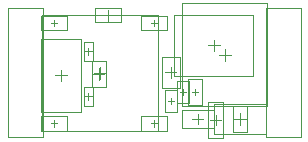
<source format=gbr>
%TF.GenerationSoftware,Altium Limited,Altium Designer,19.1.7 (138)*%
G04 Layer_Color=32768*
%FSLAX26Y26*%
%MOIN*%
%TF.FileFunction,Other,Mechanical_15*%
%TF.Part,Single*%
G01*
G75*
%TA.AperFunction,NonConductor*%
%ADD62C,0.003937*%
%ADD63C,0.001968*%
D62*
X1679409Y1006457D02*
X1730591D01*
X1679409Y1126535D02*
X1730591D01*
X1679409Y1006457D02*
Y1126535D01*
X1730591Y1006457D02*
Y1126535D01*
X1705000Y1048780D02*
Y1084213D01*
X1687284Y1066496D02*
X1722717D01*
X1325906Y1415394D02*
X1363307D01*
X1344606Y1396693D02*
Y1434094D01*
X1300315Y1222480D02*
X1339685D01*
X1320000Y1202795D02*
Y1242165D01*
X1555000Y1119173D02*
Y1140827D01*
X1544173Y1130000D02*
X1565827D01*
X1489173Y1390000D02*
X1510827D01*
X1500000Y1379173D02*
Y1400827D01*
X1154173Y1390000D02*
X1175827D01*
X1165000Y1379173D02*
Y1400827D01*
X1489173Y1055000D02*
X1510827D01*
X1500000Y1044173D02*
Y1065827D01*
X1154173Y1055000D02*
X1175827D01*
X1165000Y1044173D02*
Y1065827D01*
X1315000Y1201299D02*
Y1238701D01*
X1296299Y1220000D02*
X1333701D01*
X1280000Y1134173D02*
Y1155827D01*
X1269173Y1145000D02*
X1290827D01*
X1280000Y1284173D02*
Y1305827D01*
X1269173Y1295000D02*
X1290827D01*
X1584173Y1160000D02*
X1605827D01*
X1595000Y1149173D02*
Y1170827D01*
X1624173Y1160000D02*
X1645827D01*
X1635000Y1149173D02*
Y1170827D01*
X1537284Y1225000D02*
X1572716D01*
X1555000Y1207284D02*
Y1242716D01*
X1627284Y1070000D02*
X1662716D01*
X1645000Y1052284D02*
Y1087716D01*
X1765315Y1070000D02*
X1804685D01*
X1785000Y1050315D02*
Y1089685D01*
X1170315Y1215000D02*
X1209685D01*
X1190000Y1195315D02*
Y1234685D01*
X1735000Y1264488D02*
Y1303858D01*
X1715315Y1284173D02*
X1754685D01*
X1698347Y1295315D02*
Y1334685D01*
X1678661Y1315000D02*
X1718032D01*
D63*
X1774173Y1070000D02*
X1795827D01*
X1785000Y1059173D02*
Y1080827D01*
X1808622Y1026693D02*
Y1113307D01*
X1761378Y1026693D02*
Y1113307D01*
X1808622D01*
X1761378Y1026693D02*
X1808622D01*
X1301299Y1391772D02*
Y1439016D01*
X1387913Y1391772D02*
Y1439016D01*
X1301299Y1391772D02*
X1387913D01*
X1301299Y1439016D02*
X1387913D01*
X1127087Y1029567D02*
Y1415394D01*
X1512913Y1029567D02*
Y1415394D01*
X1127087D02*
X1512913D01*
X1127087Y1029567D02*
X1512913D01*
X1535315Y1167401D02*
X1574685D01*
X1535315Y1092598D02*
X1574685D01*
X1535315D02*
Y1167401D01*
X1574685Y1092598D02*
Y1167401D01*
X1543307Y1366378D02*
Y1413622D01*
X1456693Y1366378D02*
Y1413622D01*
X1543307D01*
X1456693Y1366378D02*
X1543307D01*
X1208307D02*
Y1413622D01*
X1121693Y1366378D02*
Y1413622D01*
X1208307D01*
X1121693Y1366378D02*
X1208307D01*
X1456693Y1031378D02*
Y1078622D01*
X1543307Y1031378D02*
Y1078622D01*
X1456693Y1031378D02*
X1543307D01*
X1456693Y1078622D02*
X1543307D01*
X1121693Y1031378D02*
Y1078622D01*
X1208307Y1031378D02*
Y1078622D01*
X1121693Y1031378D02*
X1208307D01*
X1121693Y1078622D02*
X1208307D01*
X1291378Y1263307D02*
X1338622D01*
X1291378Y1176693D02*
X1338622D01*
X1291378D02*
Y1263307D01*
X1338622Y1176693D02*
Y1263307D01*
X1264252Y1113504D02*
X1295748D01*
X1264252Y1176496D02*
X1295748D01*
Y1113504D02*
Y1176496D01*
X1264252Y1113504D02*
Y1176496D01*
X1264252Y1326496D02*
X1295748D01*
X1264252Y1263504D02*
X1295748D01*
X1264252D02*
Y1326496D01*
X1295748Y1263504D02*
Y1326496D01*
X1575315Y1122598D02*
Y1197401D01*
X1614685Y1122598D02*
Y1197401D01*
X1575315Y1122598D02*
X1614685D01*
X1575315Y1197401D02*
X1614685D01*
X1611378Y1116693D02*
Y1203307D01*
X1658622Y1116693D02*
Y1203307D01*
X1611378Y1116693D02*
X1658622D01*
X1611378Y1203307D02*
X1658622D01*
X1584527Y1171850D02*
Y1278150D01*
X1525472Y1171850D02*
Y1278150D01*
Y1171850D02*
X1584527D01*
X1525472Y1278150D02*
X1584527D01*
X1591850Y1040472D02*
Y1099527D01*
X1698150Y1040472D02*
Y1099527D01*
X1591850Y1040472D02*
X1698150D01*
X1591850Y1099527D02*
X1698150D01*
X1871614Y1018819D02*
Y1121181D01*
X1698386Y1018819D02*
Y1121181D01*
X1871614D01*
X1698386Y1018819D02*
X1871614D01*
X1123071Y1092953D02*
X1256929D01*
Y1337047D01*
X1123071D02*
X1256929D01*
X1123071Y1092953D02*
Y1337047D01*
X1593268Y1112913D02*
X1876732D01*
X1593268Y1455433D02*
X1876732D01*
Y1112913D02*
Y1455433D01*
X1593268Y1112913D02*
Y1455433D01*
X1871142Y1441339D02*
X1988858D01*
Y1008661D02*
Y1441339D01*
X1871142Y1008661D02*
X1988858D01*
X1871142D02*
Y1441339D01*
X1011142D02*
X1128858D01*
Y1008661D02*
Y1441339D01*
X1011142Y1008661D02*
X1128858D01*
X1011142D02*
Y1441339D01*
X1566457Y1212638D02*
X1830236D01*
X1566457Y1417362D02*
X1830236D01*
Y1212638D02*
Y1417362D01*
X1566457Y1212638D02*
Y1417362D01*
%TF.MD5,41f208b7cb9237fc1ef75bf42bf5270d*%
M02*

</source>
